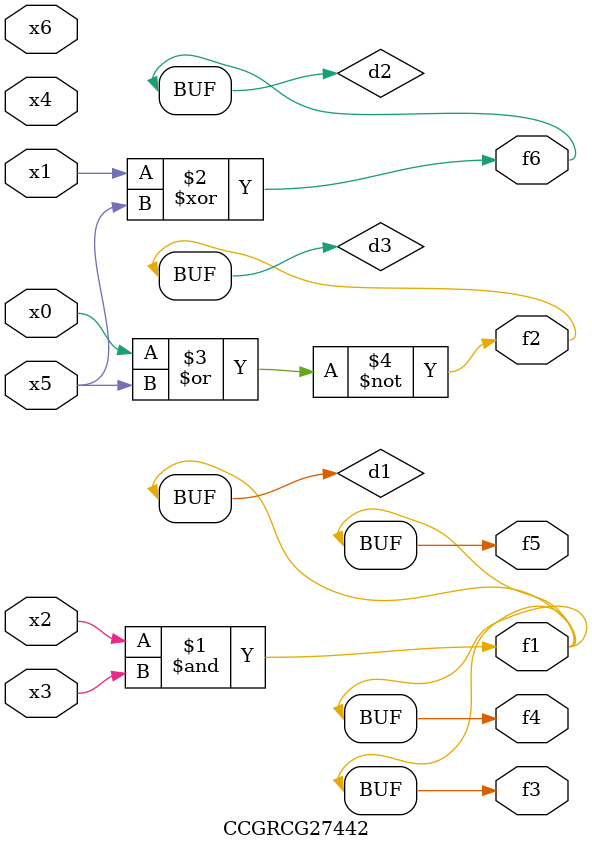
<source format=v>
module CCGRCG27442(
	input x0, x1, x2, x3, x4, x5, x6,
	output f1, f2, f3, f4, f5, f6
);

	wire d1, d2, d3;

	and (d1, x2, x3);
	xor (d2, x1, x5);
	nor (d3, x0, x5);
	assign f1 = d1;
	assign f2 = d3;
	assign f3 = d1;
	assign f4 = d1;
	assign f5 = d1;
	assign f6 = d2;
endmodule

</source>
